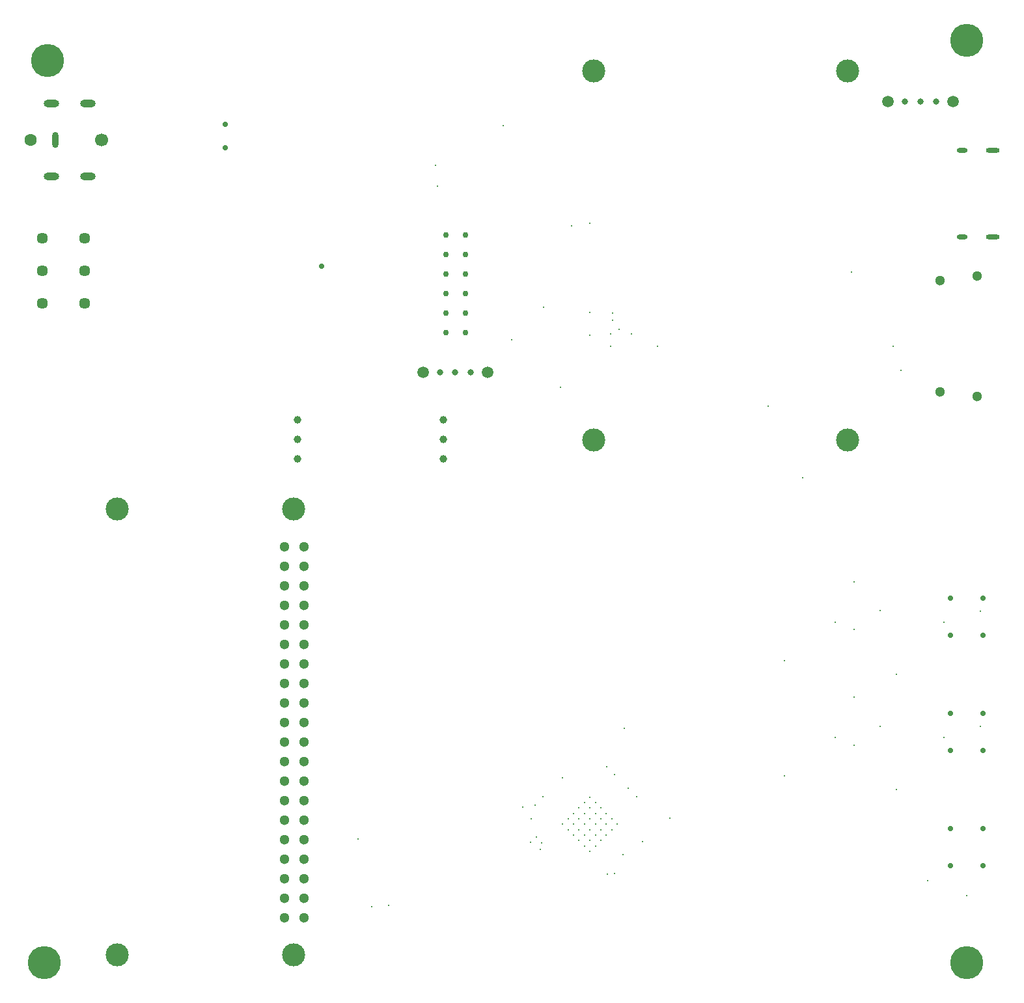
<source format=gbr>
%TF.GenerationSoftware,Altium Limited,Altium Designer,22.1.2 (22)*%
G04 Layer_Color=0*
%FSLAX26Y26*%
%MOIN*%
%TF.SameCoordinates,4DF63D30-2817-4CE9-9CB3-8786E99D956B*%
%TF.FilePolarity,Positive*%
%TF.FileFunction,Plated,1,8,PTH,Drill*%
%TF.Part,Single*%
G01*
G75*
%TA.AperFunction,ComponentDrill*%
%ADD173O,0.055118X0.023622*%
%ADD174O,0.055118X0.023622*%
%ADD175O,0.070866X0.023622*%
%ADD176C,0.027559*%
%ADD177C,0.057087*%
%ADD178C,0.051181*%
%ADD179O,0.078740X0.039370*%
%ADD180C,0.066929*%
%ADD181O,0.031496X0.082677*%
%ADD182C,0.062992*%
%ADD183C,0.059055*%
%ADD184C,0.031496*%
%ADD185C,0.039370*%
%ADD186C,0.169291*%
%ADD187C,0.118110*%
%ADD188C,0.030000*%
%TA.AperFunction,ViaDrill,NotFilled*%
%ADD189C,0.003937*%
%ADD190C,0.011811*%
%ADD191C,0.007874*%
%ADD192C,0.028000*%
D173*
X5881890Y5339370D02*
D03*
D174*
Y4896850D02*
D03*
D175*
X6039370Y5339370D02*
D03*
Y4896850D02*
D03*
D176*
X5820866Y2858268D02*
D03*
Y3047244D02*
D03*
X5990158D02*
D03*
Y2858268D02*
D03*
X5820866Y1677165D02*
D03*
Y1866142D02*
D03*
X5990158D02*
D03*
Y1677165D02*
D03*
X5820866Y2267716D02*
D03*
Y2456693D02*
D03*
X5990158D02*
D03*
Y2267716D02*
D03*
D177*
X1387795Y4889764D02*
D03*
Y4724409D02*
D03*
Y4559055D02*
D03*
X1171260Y4889764D02*
D03*
Y4724409D02*
D03*
Y4559055D02*
D03*
D178*
X2410866Y3312205D02*
D03*
X2510866D02*
D03*
X2410866Y3212205D02*
D03*
X2510866D02*
D03*
X2410866Y3112205D02*
D03*
X2510866D02*
D03*
X2410866Y3012205D02*
D03*
X2510866D02*
D03*
X2410866Y2912205D02*
D03*
X2510866D02*
D03*
X2410866Y2812205D02*
D03*
X2510866D02*
D03*
X2410866Y2712205D02*
D03*
X2510866D02*
D03*
X2410866Y2612205D02*
D03*
X2510866D02*
D03*
X2410866Y2512205D02*
D03*
X2510866D02*
D03*
X2410866Y2412205D02*
D03*
X2510866D02*
D03*
X2410866Y2312205D02*
D03*
X2510866D02*
D03*
X2410866Y2212205D02*
D03*
X2510866D02*
D03*
X2410866Y2112205D02*
D03*
X2510866D02*
D03*
X2410866Y2012205D02*
D03*
X2510866D02*
D03*
X2410866Y1912205D02*
D03*
X2510866D02*
D03*
X2410866Y1812205D02*
D03*
X2510866D02*
D03*
X2410866Y1712205D02*
D03*
X2510866D02*
D03*
X2410866Y1612205D02*
D03*
X2510866D02*
D03*
X2410866Y1512205D02*
D03*
X2510866D02*
D03*
X2410866Y1412205D02*
D03*
X2510866D02*
D03*
X5767717Y4675197D02*
D03*
X5960630Y4698819D02*
D03*
X5767717Y4104331D02*
D03*
X5960630Y4080709D02*
D03*
D179*
X1405512Y5206693D02*
D03*
Y5580709D02*
D03*
X1220472D02*
D03*
Y5206693D02*
D03*
D180*
X1476378Y5393701D02*
D03*
D181*
X1240158D02*
D03*
D182*
X1112205D02*
D03*
D183*
X5834646Y5590551D02*
D03*
X5503937D02*
D03*
X3122047Y4204724D02*
D03*
X3452756D02*
D03*
D184*
X5590551Y5590551D02*
D03*
X5669291D02*
D03*
X5748032D02*
D03*
X3366142Y4204724D02*
D03*
X3287402D02*
D03*
X3208661D02*
D03*
D185*
X3224409Y3962205D02*
D03*
Y3862205D02*
D03*
Y3762205D02*
D03*
X2480315Y3962205D02*
D03*
Y3862205D02*
D03*
Y3762205D02*
D03*
D186*
X5905512Y5905512D02*
D03*
X1181102Y1181102D02*
D03*
X1200000Y5800000D02*
D03*
X5905512Y1181102D02*
D03*
D187*
X2460630Y3503937D02*
D03*
X3996063Y3858268D02*
D03*
X5295276D02*
D03*
X3996063Y5748032D02*
D03*
X5295276D02*
D03*
X1555118Y3503937D02*
D03*
X2460630Y1220472D02*
D03*
X1555118D02*
D03*
D188*
X3239961Y4406299D02*
D03*
X3339961D02*
D03*
X3239961Y4806299D02*
D03*
X3339961D02*
D03*
Y4906299D02*
D03*
X3239961D02*
D03*
Y4706299D02*
D03*
X3339961D02*
D03*
X3239961Y4606299D02*
D03*
X3339961D02*
D03*
X3239961Y4506299D02*
D03*
X3339961D02*
D03*
D189*
X5860236Y2884252D02*
D03*
Y2863583D02*
D03*
X4162939Y2035992D02*
D03*
X4178220Y2020850D02*
D03*
X3872000Y4596000D02*
D03*
X3873000Y4619000D02*
D03*
X5943558Y1703937D02*
D03*
Y1682205D02*
D03*
X5860236Y2293898D02*
D03*
Y2272441D02*
D03*
X5908331Y3020866D02*
D03*
Y3041732D02*
D03*
Y2430709D02*
D03*
Y2451575D02*
D03*
Y1860827D02*
D03*
Y1839961D02*
D03*
X5860236Y1682205D02*
D03*
Y1703937D02*
D03*
X5863000Y1761024D02*
D03*
Y1782614D02*
D03*
X5930000Y1761614D02*
D03*
Y1782480D02*
D03*
X5863000Y2352165D02*
D03*
Y2373032D02*
D03*
X5930000Y2352165D02*
D03*
Y2373032D02*
D03*
Y2964488D02*
D03*
Y2943780D02*
D03*
X5863000Y2964488D02*
D03*
Y2943780D02*
D03*
X3871877Y4644486D02*
D03*
X3873648Y4569883D02*
D03*
X3871458Y4531705D02*
D03*
X5642204Y2381299D02*
D03*
Y2402165D02*
D03*
X5629331Y1684646D02*
D03*
X5614724Y1699803D02*
D03*
X5629252Y2275276D02*
D03*
X5614803Y2290276D02*
D03*
X5668678Y1760630D02*
D03*
Y1782677D02*
D03*
Y2351968D02*
D03*
Y2372835D02*
D03*
X5860236Y1839961D02*
D03*
Y1860827D02*
D03*
Y2430709D02*
D03*
Y2451575D02*
D03*
X5943558Y2293898D02*
D03*
Y2272441D02*
D03*
X5640000Y1789764D02*
D03*
X5640986Y1812205D02*
D03*
X4220472Y1744685D02*
D03*
Y1724016D02*
D03*
X5668678Y2962795D02*
D03*
Y2941929D02*
D03*
X4072323Y2138307D02*
D03*
X4058780Y2154016D02*
D03*
X5943558Y2863583D02*
D03*
Y2884252D02*
D03*
X5860236Y3041732D02*
D03*
Y3020866D02*
D03*
X5614724Y2880905D02*
D03*
X5629331Y2865748D02*
D03*
X5642204Y2993110D02*
D03*
Y2972244D02*
D03*
X5755905Y1677165D02*
D03*
X5787402Y1740158D02*
D03*
X3881890Y4669291D02*
D03*
X5448819Y3751968D02*
D03*
Y3716535D02*
D03*
Y3610236D02*
D03*
Y3539370D02*
D03*
Y3503937D02*
D03*
X5708661Y1771653D02*
D03*
Y2952756D02*
D03*
Y2362205D02*
D03*
Y5118110D02*
D03*
X5905512Y1771653D02*
D03*
Y1757874D02*
D03*
Y1785433D02*
D03*
Y2952756D02*
D03*
Y2938976D02*
D03*
Y2966535D02*
D03*
Y2375984D02*
D03*
Y2348425D02*
D03*
Y2362205D02*
D03*
D190*
X3976378Y1861925D02*
D03*
X3948539Y1834086D02*
D03*
X3920700Y1806247D02*
D03*
X3948539Y1889764D02*
D03*
X3920700Y1861925D02*
D03*
X3892861Y1834086D02*
D03*
X3920700Y1917603D02*
D03*
X3892861Y1889764D02*
D03*
X3865023Y1861925D02*
D03*
X3892861Y1945441D02*
D03*
X3865023Y1917603D02*
D03*
X3837184Y1889764D02*
D03*
X4004217Y1834086D02*
D03*
X3976378Y1806247D02*
D03*
X3948539Y1778408D02*
D03*
X3976378Y1750570D02*
D03*
X4004217Y1778408D02*
D03*
X4032056Y1806247D02*
D03*
X3976378Y1917603D02*
D03*
X4004217Y1945441D02*
D03*
X4032056Y1973280D02*
D03*
X4004217Y1889764D02*
D03*
X4032056Y1917603D02*
D03*
X4059894Y1945441D02*
D03*
X4032056Y1861925D02*
D03*
X4059894Y1889764D02*
D03*
X4087733Y1917603D02*
D03*
X4059894Y1834086D02*
D03*
X4087733Y1861925D02*
D03*
X4115572Y1889764D02*
D03*
X3948539Y1945441D02*
D03*
X3976378Y1973280D02*
D03*
X4004217Y2001119D02*
D03*
X3976378Y2028958D02*
D03*
X3948539Y2001119D02*
D03*
X3920700Y1973280D02*
D03*
D191*
X5568000Y4213000D02*
D03*
X3195000Y5158000D02*
D03*
X2859000Y1466000D02*
D03*
X2790000Y1815000D02*
D03*
X2946000Y1474000D02*
D03*
X3672000Y1798000D02*
D03*
X4246000Y1801000D02*
D03*
X5231000Y2923551D02*
D03*
Y2333000D02*
D03*
X3531496Y5468504D02*
D03*
X3185039Y5263779D02*
D03*
X3701772Y1822835D02*
D03*
X5314961Y4716535D02*
D03*
X5527559Y4338583D02*
D03*
X5905512Y1523622D02*
D03*
X5704724Y1602362D02*
D03*
X5066929Y3665354D02*
D03*
X4889764Y4031496D02*
D03*
X3881890Y4952756D02*
D03*
X3739173Y4537402D02*
D03*
X3574803Y4370079D02*
D03*
X4127134Y4423000D02*
D03*
X3826772Y4125984D02*
D03*
X3976378Y4393701D02*
D03*
X4385827Y1921260D02*
D03*
X5330709Y2295276D02*
D03*
Y2885827D02*
D03*
Y3129921D02*
D03*
Y2539370D02*
D03*
X5547244Y2066929D02*
D03*
X4972441Y2137795D02*
D03*
Y2728347D02*
D03*
X5547244Y2657480D02*
D03*
X4082677Y4338583D02*
D03*
X4322835D02*
D03*
X4082677Y4401575D02*
D03*
X4188976D02*
D03*
X4153543Y2381890D02*
D03*
X3631890Y1978347D02*
D03*
X3677165Y1917323D02*
D03*
X3728347Y1795276D02*
D03*
X3724078Y1762205D02*
D03*
X4066929Y1632953D02*
D03*
X4146000Y1734000D02*
D03*
X3834900Y2128144D02*
D03*
X3737464Y2030708D02*
D03*
X3695706Y1988950D02*
D03*
X4103936Y1637464D02*
D03*
X4214758Y2031242D02*
D03*
X4061645Y2184355D02*
D03*
X4103403Y2142597D02*
D03*
X4173000Y2073000D02*
D03*
X5788000Y2924102D02*
D03*
X5975000Y2982102D02*
D03*
X5464000Y2982551D02*
D03*
Y2392000D02*
D03*
X4092056Y4506229D02*
D03*
X4091413Y4469413D02*
D03*
X3977000Y4512000D02*
D03*
X3976000Y4968000D02*
D03*
X5975000Y2391551D02*
D03*
X5788000Y2333551D02*
D03*
D192*
X2602000Y4749000D02*
D03*
X2110236Y5472441D02*
D03*
Y5354331D02*
D03*
%TF.MD5,95b28eaa304ff40fa68b65b98155a061*%
M02*

</source>
